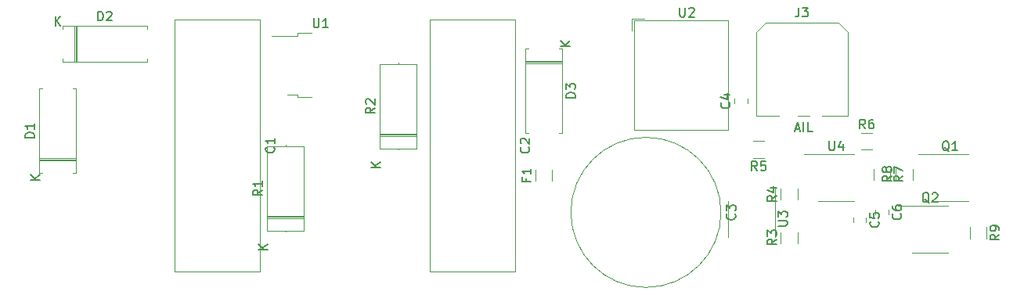
<source format=gbr>
G04 #@! TF.GenerationSoftware,KiCad,Pcbnew,(5.1.5)-3*
G04 #@! TF.CreationDate,2020-07-16T16:27:48-04:00*
G04 #@! TF.ProjectId,AIL_TSAL,41494c5f-5453-4414-9c2e-6b696361645f,rev?*
G04 #@! TF.SameCoordinates,Original*
G04 #@! TF.FileFunction,Legend,Top*
G04 #@! TF.FilePolarity,Positive*
%FSLAX46Y46*%
G04 Gerber Fmt 4.6, Leading zero omitted, Abs format (unit mm)*
G04 Created by KiCad (PCBNEW (5.1.5)-3) date 2020-07-16 16:27:48*
%MOMM*%
%LPD*%
G04 APERTURE LIST*
%ADD10C,0.150000*%
%ADD11C,0.120000*%
G04 APERTURE END LIST*
D10*
X164727047Y-99353666D02*
X165203238Y-99353666D01*
X164631809Y-99639380D02*
X164965142Y-98639380D01*
X165298476Y-99639380D01*
X165631809Y-99639380D02*
X165631809Y-98639380D01*
X166584190Y-99639380D02*
X166108000Y-99639380D01*
X166108000Y-98639380D01*
D11*
X164967000Y-97991000D02*
X166305233Y-97991000D01*
X170392000Y-97991000D02*
X167608767Y-97991000D01*
X160522000Y-97991000D02*
X162947000Y-97991000D01*
X170392000Y-88871000D02*
X170392000Y-97991000D01*
X169392000Y-87871000D02*
X170392000Y-88871000D01*
X161522000Y-87871000D02*
X169392000Y-87871000D01*
X160522000Y-88871000D02*
X161522000Y-87871000D01*
X160522000Y-97991000D02*
X160522000Y-88871000D01*
X106855000Y-114790000D02*
X97615000Y-114790000D01*
X106855000Y-87550000D02*
X97615000Y-87550000D01*
X97615000Y-87550000D02*
X97615000Y-114790000D01*
X106855000Y-87550000D02*
X106855000Y-114790000D01*
X134414000Y-87550000D02*
X134414000Y-114790000D01*
X125174000Y-87550000D02*
X125174000Y-114790000D01*
X134414000Y-87550000D02*
X125174000Y-87550000D01*
X134414000Y-114790000D02*
X125174000Y-114790000D01*
X156710000Y-108398000D02*
G75*
G03X156710000Y-108398000I-8120000J0D01*
G01*
X158167000Y-96603078D02*
X158167000Y-96085922D01*
X159587000Y-96603078D02*
X159587000Y-96085922D01*
X170994000Y-108961422D02*
X170994000Y-109478578D01*
X172414000Y-108961422D02*
X172414000Y-109478578D01*
X174827000Y-108120922D02*
X174827000Y-108638078D01*
X173407000Y-108120922D02*
X173407000Y-108638078D01*
X83323000Y-104138000D02*
X82993000Y-104138000D01*
X82993000Y-104138000D02*
X82993000Y-94998000D01*
X82993000Y-94998000D02*
X83323000Y-94998000D01*
X86603000Y-104138000D02*
X86933000Y-104138000D01*
X86933000Y-104138000D02*
X86933000Y-94998000D01*
X86933000Y-94998000D02*
X86603000Y-94998000D01*
X82993000Y-102683000D02*
X86933000Y-102683000D01*
X82993000Y-102563000D02*
X86933000Y-102563000D01*
X82993000Y-102803000D02*
X86933000Y-102803000D01*
X86808000Y-88200000D02*
X86808000Y-92140000D01*
X87048000Y-88200000D02*
X87048000Y-92140000D01*
X86928000Y-88200000D02*
X86928000Y-92140000D01*
X94613000Y-92140000D02*
X94613000Y-91810000D01*
X85473000Y-92140000D02*
X94613000Y-92140000D01*
X85473000Y-91810000D02*
X85473000Y-92140000D01*
X94613000Y-88200000D02*
X94613000Y-88530000D01*
X85473000Y-88200000D02*
X94613000Y-88200000D01*
X85473000Y-88530000D02*
X85473000Y-88200000D01*
X139181000Y-90680000D02*
X139511000Y-90680000D01*
X139511000Y-90680000D02*
X139511000Y-99820000D01*
X139511000Y-99820000D02*
X139181000Y-99820000D01*
X135901000Y-90680000D02*
X135571000Y-90680000D01*
X135571000Y-90680000D02*
X135571000Y-99820000D01*
X135571000Y-99820000D02*
X135901000Y-99820000D01*
X139511000Y-92135000D02*
X135571000Y-92135000D01*
X139511000Y-92255000D02*
X135571000Y-92255000D01*
X139511000Y-92015000D02*
X135571000Y-92015000D01*
X136631000Y-104993064D02*
X136631000Y-103788936D01*
X138451000Y-104993064D02*
X138451000Y-103788936D01*
X181483000Y-102088000D02*
X178033000Y-102088000D01*
X181483000Y-102088000D02*
X183433000Y-102088000D01*
X181483000Y-107208000D02*
X179533000Y-107208000D01*
X181483000Y-107208000D02*
X183433000Y-107208000D01*
X179324000Y-112796000D02*
X181274000Y-112796000D01*
X179324000Y-112796000D02*
X177374000Y-112796000D01*
X179324000Y-107676000D02*
X181274000Y-107676000D01*
X179324000Y-107676000D02*
X175874000Y-107676000D01*
X107631000Y-109026000D02*
X111571000Y-109026000D01*
X107631000Y-108786000D02*
X111571000Y-108786000D01*
X107631000Y-108906000D02*
X111571000Y-108906000D01*
X109601000Y-101081000D02*
X109601000Y-101221000D01*
X109601000Y-110501000D02*
X109601000Y-110361000D01*
X107631000Y-101221000D02*
X107631000Y-110361000D01*
X111571000Y-101221000D02*
X107631000Y-101221000D01*
X111571000Y-110361000D02*
X111571000Y-101221000D01*
X107631000Y-110361000D02*
X111571000Y-110361000D01*
X119823000Y-101471000D02*
X123763000Y-101471000D01*
X123763000Y-101471000D02*
X123763000Y-92331000D01*
X123763000Y-92331000D02*
X119823000Y-92331000D01*
X119823000Y-92331000D02*
X119823000Y-101471000D01*
X121793000Y-101611000D02*
X121793000Y-101471000D01*
X121793000Y-92191000D02*
X121793000Y-92331000D01*
X119823000Y-100016000D02*
X123763000Y-100016000D01*
X119823000Y-99896000D02*
X123763000Y-99896000D01*
X119823000Y-100136000D02*
X123763000Y-100136000D01*
X163174000Y-111730064D02*
X163174000Y-110525936D01*
X164994000Y-111730064D02*
X164994000Y-110525936D01*
X164994000Y-107025064D02*
X164994000Y-105820936D01*
X163174000Y-107025064D02*
X163174000Y-105820936D01*
X161387064Y-102510000D02*
X160182936Y-102510000D01*
X161387064Y-100690000D02*
X160182936Y-100690000D01*
X171860936Y-99801000D02*
X173065064Y-99801000D01*
X171860936Y-101621000D02*
X173065064Y-101621000D01*
X173207000Y-103667936D02*
X173207000Y-104872064D01*
X175027000Y-103667936D02*
X175027000Y-104872064D01*
X175620000Y-104872064D02*
X175620000Y-103667936D01*
X177440000Y-104872064D02*
X177440000Y-103667936D01*
X183621000Y-110014936D02*
X183621000Y-111219064D01*
X185441000Y-110014936D02*
X185441000Y-111219064D01*
X110941000Y-95636000D02*
X109841000Y-95636000D01*
X110941000Y-95906000D02*
X110941000Y-95636000D01*
X112441000Y-95906000D02*
X110941000Y-95906000D01*
X110941000Y-89276000D02*
X108111000Y-89276000D01*
X110941000Y-89006000D02*
X110941000Y-89276000D01*
X112441000Y-89006000D02*
X110941000Y-89006000D01*
X147290000Y-99438200D02*
X147290000Y-87638200D01*
X147090000Y-88738200D02*
X147090000Y-87438200D01*
X157490000Y-99438200D02*
X147290000Y-99438200D01*
X148390000Y-87438200D02*
X147090000Y-87438200D01*
X157490000Y-87638200D02*
X157490000Y-99438200D01*
X147290000Y-87638200D02*
X157490000Y-87638200D01*
X157460000Y-109093000D02*
X157460000Y-111043000D01*
X157460000Y-109093000D02*
X157460000Y-107143000D01*
X162580000Y-109093000D02*
X162580000Y-111043000D01*
X162580000Y-109093000D02*
X162580000Y-105643000D01*
X169164000Y-107208000D02*
X171114000Y-107208000D01*
X169164000Y-107208000D02*
X167214000Y-107208000D01*
X169164000Y-102088000D02*
X171114000Y-102088000D01*
X169164000Y-102088000D02*
X165714000Y-102088000D01*
D10*
X165123666Y-86233380D02*
X165123666Y-86947666D01*
X165076047Y-87090523D01*
X164980809Y-87185761D01*
X164837952Y-87233380D01*
X164742714Y-87233380D01*
X165504619Y-86233380D02*
X166123666Y-86233380D01*
X165790333Y-86614333D01*
X165933190Y-86614333D01*
X166028428Y-86661952D01*
X166076047Y-86709571D01*
X166123666Y-86804809D01*
X166123666Y-87042904D01*
X166076047Y-87138142D01*
X166028428Y-87185761D01*
X165933190Y-87233380D01*
X165647476Y-87233380D01*
X165552238Y-87185761D01*
X165504619Y-87138142D01*
X108342142Y-101336666D02*
X108389761Y-101384285D01*
X108437380Y-101527142D01*
X108437380Y-101622380D01*
X108389761Y-101765238D01*
X108294523Y-101860476D01*
X108199285Y-101908095D01*
X108008809Y-101955714D01*
X107865952Y-101955714D01*
X107675476Y-101908095D01*
X107580238Y-101860476D01*
X107485000Y-101765238D01*
X107437380Y-101622380D01*
X107437380Y-101527142D01*
X107485000Y-101384285D01*
X107532619Y-101336666D01*
X108437380Y-100384285D02*
X108437380Y-100955714D01*
X108437380Y-100670000D02*
X107437380Y-100670000D01*
X107580238Y-100765238D01*
X107675476Y-100860476D01*
X107723095Y-100955714D01*
X135901142Y-101336666D02*
X135948761Y-101384285D01*
X135996380Y-101527142D01*
X135996380Y-101622380D01*
X135948761Y-101765238D01*
X135853523Y-101860476D01*
X135758285Y-101908095D01*
X135567809Y-101955714D01*
X135424952Y-101955714D01*
X135234476Y-101908095D01*
X135139238Y-101860476D01*
X135044000Y-101765238D01*
X134996380Y-101622380D01*
X134996380Y-101527142D01*
X135044000Y-101384285D01*
X135091619Y-101336666D01*
X135091619Y-100955714D02*
X135044000Y-100908095D01*
X134996380Y-100812857D01*
X134996380Y-100574761D01*
X135044000Y-100479523D01*
X135091619Y-100431904D01*
X135186857Y-100384285D01*
X135282095Y-100384285D01*
X135424952Y-100431904D01*
X135996380Y-101003333D01*
X135996380Y-100384285D01*
X158197142Y-108564666D02*
X158244761Y-108612285D01*
X158292380Y-108755142D01*
X158292380Y-108850380D01*
X158244761Y-108993238D01*
X158149523Y-109088476D01*
X158054285Y-109136095D01*
X157863809Y-109183714D01*
X157720952Y-109183714D01*
X157530476Y-109136095D01*
X157435238Y-109088476D01*
X157340000Y-108993238D01*
X157292380Y-108850380D01*
X157292380Y-108755142D01*
X157340000Y-108612285D01*
X157387619Y-108564666D01*
X157292380Y-108231333D02*
X157292380Y-107612285D01*
X157673333Y-107945619D01*
X157673333Y-107802761D01*
X157720952Y-107707523D01*
X157768571Y-107659904D01*
X157863809Y-107612285D01*
X158101904Y-107612285D01*
X158197142Y-107659904D01*
X158244761Y-107707523D01*
X158292380Y-107802761D01*
X158292380Y-108088476D01*
X158244761Y-108183714D01*
X158197142Y-108231333D01*
X157584142Y-96511166D02*
X157631761Y-96558785D01*
X157679380Y-96701642D01*
X157679380Y-96796880D01*
X157631761Y-96939738D01*
X157536523Y-97034976D01*
X157441285Y-97082595D01*
X157250809Y-97130214D01*
X157107952Y-97130214D01*
X156917476Y-97082595D01*
X156822238Y-97034976D01*
X156727000Y-96939738D01*
X156679380Y-96796880D01*
X156679380Y-96701642D01*
X156727000Y-96558785D01*
X156774619Y-96511166D01*
X157012714Y-95654023D02*
X157679380Y-95654023D01*
X156631761Y-95892119D02*
X157346047Y-96130214D01*
X157346047Y-95511166D01*
X173711142Y-109386666D02*
X173758761Y-109434285D01*
X173806380Y-109577142D01*
X173806380Y-109672380D01*
X173758761Y-109815238D01*
X173663523Y-109910476D01*
X173568285Y-109958095D01*
X173377809Y-110005714D01*
X173234952Y-110005714D01*
X173044476Y-109958095D01*
X172949238Y-109910476D01*
X172854000Y-109815238D01*
X172806380Y-109672380D01*
X172806380Y-109577142D01*
X172854000Y-109434285D01*
X172901619Y-109386666D01*
X172806380Y-108481904D02*
X172806380Y-108958095D01*
X173282571Y-109005714D01*
X173234952Y-108958095D01*
X173187333Y-108862857D01*
X173187333Y-108624761D01*
X173234952Y-108529523D01*
X173282571Y-108481904D01*
X173377809Y-108434285D01*
X173615904Y-108434285D01*
X173711142Y-108481904D01*
X173758761Y-108529523D01*
X173806380Y-108624761D01*
X173806380Y-108862857D01*
X173758761Y-108958095D01*
X173711142Y-109005714D01*
X176124142Y-108546166D02*
X176171761Y-108593785D01*
X176219380Y-108736642D01*
X176219380Y-108831880D01*
X176171761Y-108974738D01*
X176076523Y-109069976D01*
X175981285Y-109117595D01*
X175790809Y-109165214D01*
X175647952Y-109165214D01*
X175457476Y-109117595D01*
X175362238Y-109069976D01*
X175267000Y-108974738D01*
X175219380Y-108831880D01*
X175219380Y-108736642D01*
X175267000Y-108593785D01*
X175314619Y-108546166D01*
X175219380Y-107689023D02*
X175219380Y-107879500D01*
X175267000Y-107974738D01*
X175314619Y-108022357D01*
X175457476Y-108117595D01*
X175647952Y-108165214D01*
X176028904Y-108165214D01*
X176124142Y-108117595D01*
X176171761Y-108069976D01*
X176219380Y-107974738D01*
X176219380Y-107784261D01*
X176171761Y-107689023D01*
X176124142Y-107641404D01*
X176028904Y-107593785D01*
X175790809Y-107593785D01*
X175695571Y-107641404D01*
X175647952Y-107689023D01*
X175600333Y-107784261D01*
X175600333Y-107974738D01*
X175647952Y-108069976D01*
X175695571Y-108117595D01*
X175790809Y-108165214D01*
X82445380Y-100306095D02*
X81445380Y-100306095D01*
X81445380Y-100068000D01*
X81493000Y-99925142D01*
X81588238Y-99829904D01*
X81683476Y-99782285D01*
X81873952Y-99734666D01*
X82016809Y-99734666D01*
X82207285Y-99782285D01*
X82302523Y-99829904D01*
X82397761Y-99925142D01*
X82445380Y-100068000D01*
X82445380Y-100306095D01*
X82445380Y-98782285D02*
X82445380Y-99353714D01*
X82445380Y-99068000D02*
X81445380Y-99068000D01*
X81588238Y-99163238D01*
X81683476Y-99258476D01*
X81731095Y-99353714D01*
X83015380Y-104909904D02*
X82015380Y-104909904D01*
X83015380Y-104338476D02*
X82443952Y-104767047D01*
X82015380Y-104338476D02*
X82586809Y-104909904D01*
X89304904Y-87652380D02*
X89304904Y-86652380D01*
X89543000Y-86652380D01*
X89685857Y-86700000D01*
X89781095Y-86795238D01*
X89828714Y-86890476D01*
X89876333Y-87080952D01*
X89876333Y-87223809D01*
X89828714Y-87414285D01*
X89781095Y-87509523D01*
X89685857Y-87604761D01*
X89543000Y-87652380D01*
X89304904Y-87652380D01*
X90257285Y-86747619D02*
X90304904Y-86700000D01*
X90400142Y-86652380D01*
X90638238Y-86652380D01*
X90733476Y-86700000D01*
X90781095Y-86747619D01*
X90828714Y-86842857D01*
X90828714Y-86938095D01*
X90781095Y-87080952D01*
X90209666Y-87652380D01*
X90828714Y-87652380D01*
X84701095Y-88222380D02*
X84701095Y-87222380D01*
X85272523Y-88222380D02*
X84843952Y-87650952D01*
X85272523Y-87222380D02*
X84701095Y-87793809D01*
X140963380Y-95988095D02*
X139963380Y-95988095D01*
X139963380Y-95750000D01*
X140011000Y-95607142D01*
X140106238Y-95511904D01*
X140201476Y-95464285D01*
X140391952Y-95416666D01*
X140534809Y-95416666D01*
X140725285Y-95464285D01*
X140820523Y-95511904D01*
X140915761Y-95607142D01*
X140963380Y-95750000D01*
X140963380Y-95988095D01*
X139963380Y-95083333D02*
X139963380Y-94464285D01*
X140344333Y-94797619D01*
X140344333Y-94654761D01*
X140391952Y-94559523D01*
X140439571Y-94511904D01*
X140534809Y-94464285D01*
X140772904Y-94464285D01*
X140868142Y-94511904D01*
X140915761Y-94559523D01*
X140963380Y-94654761D01*
X140963380Y-94940476D01*
X140915761Y-95035714D01*
X140868142Y-95083333D01*
X140393380Y-90431904D02*
X139393380Y-90431904D01*
X140393380Y-89860476D02*
X139821952Y-90289047D01*
X139393380Y-89860476D02*
X139964809Y-90431904D01*
X135649571Y-104724333D02*
X135649571Y-105057666D01*
X136173380Y-105057666D02*
X135173380Y-105057666D01*
X135173380Y-104581476D01*
X136173380Y-103676714D02*
X136173380Y-104248142D01*
X136173380Y-103962428D02*
X135173380Y-103962428D01*
X135316238Y-104057666D01*
X135411476Y-104152904D01*
X135459095Y-104248142D01*
X181387761Y-101795619D02*
X181292523Y-101748000D01*
X181197285Y-101652761D01*
X181054428Y-101509904D01*
X180959190Y-101462285D01*
X180863952Y-101462285D01*
X180911571Y-101700380D02*
X180816333Y-101652761D01*
X180721095Y-101557523D01*
X180673476Y-101367047D01*
X180673476Y-101033714D01*
X180721095Y-100843238D01*
X180816333Y-100748000D01*
X180911571Y-100700380D01*
X181102047Y-100700380D01*
X181197285Y-100748000D01*
X181292523Y-100843238D01*
X181340142Y-101033714D01*
X181340142Y-101367047D01*
X181292523Y-101557523D01*
X181197285Y-101652761D01*
X181102047Y-101700380D01*
X180911571Y-101700380D01*
X182292523Y-101700380D02*
X181721095Y-101700380D01*
X182006809Y-101700380D02*
X182006809Y-100700380D01*
X181911571Y-100843238D01*
X181816333Y-100938476D01*
X181721095Y-100986095D01*
X179228761Y-107383619D02*
X179133523Y-107336000D01*
X179038285Y-107240761D01*
X178895428Y-107097904D01*
X178800190Y-107050285D01*
X178704952Y-107050285D01*
X178752571Y-107288380D02*
X178657333Y-107240761D01*
X178562095Y-107145523D01*
X178514476Y-106955047D01*
X178514476Y-106621714D01*
X178562095Y-106431238D01*
X178657333Y-106336000D01*
X178752571Y-106288380D01*
X178943047Y-106288380D01*
X179038285Y-106336000D01*
X179133523Y-106431238D01*
X179181142Y-106621714D01*
X179181142Y-106955047D01*
X179133523Y-107145523D01*
X179038285Y-107240761D01*
X178943047Y-107288380D01*
X178752571Y-107288380D01*
X179562095Y-106383619D02*
X179609714Y-106336000D01*
X179704952Y-106288380D01*
X179943047Y-106288380D01*
X180038285Y-106336000D01*
X180085904Y-106383619D01*
X180133523Y-106478857D01*
X180133523Y-106574095D01*
X180085904Y-106716952D01*
X179514476Y-107288380D01*
X180133523Y-107288380D01*
X107083380Y-105957666D02*
X106607190Y-106291000D01*
X107083380Y-106529095D02*
X106083380Y-106529095D01*
X106083380Y-106148142D01*
X106131000Y-106052904D01*
X106178619Y-106005285D01*
X106273857Y-105957666D01*
X106416714Y-105957666D01*
X106511952Y-106005285D01*
X106559571Y-106052904D01*
X106607190Y-106148142D01*
X106607190Y-106529095D01*
X107083380Y-105005285D02*
X107083380Y-105576714D01*
X107083380Y-105291000D02*
X106083380Y-105291000D01*
X106226238Y-105386238D01*
X106321476Y-105481476D01*
X106369095Y-105576714D01*
X107653380Y-112402904D02*
X106653380Y-112402904D01*
X107653380Y-111831476D02*
X107081952Y-112260047D01*
X106653380Y-111831476D02*
X107224809Y-112402904D01*
X119275380Y-97067666D02*
X118799190Y-97401000D01*
X119275380Y-97639095D02*
X118275380Y-97639095D01*
X118275380Y-97258142D01*
X118323000Y-97162904D01*
X118370619Y-97115285D01*
X118465857Y-97067666D01*
X118608714Y-97067666D01*
X118703952Y-97115285D01*
X118751571Y-97162904D01*
X118799190Y-97258142D01*
X118799190Y-97639095D01*
X118370619Y-96686714D02*
X118323000Y-96639095D01*
X118275380Y-96543857D01*
X118275380Y-96305761D01*
X118323000Y-96210523D01*
X118370619Y-96162904D01*
X118465857Y-96115285D01*
X118561095Y-96115285D01*
X118703952Y-96162904D01*
X119275380Y-96734333D01*
X119275380Y-96115285D01*
X119845380Y-103512904D02*
X118845380Y-103512904D01*
X119845380Y-102941476D02*
X119273952Y-103370047D01*
X118845380Y-102941476D02*
X119416809Y-103512904D01*
X162716380Y-111294666D02*
X162240190Y-111628000D01*
X162716380Y-111866095D02*
X161716380Y-111866095D01*
X161716380Y-111485142D01*
X161764000Y-111389904D01*
X161811619Y-111342285D01*
X161906857Y-111294666D01*
X162049714Y-111294666D01*
X162144952Y-111342285D01*
X162192571Y-111389904D01*
X162240190Y-111485142D01*
X162240190Y-111866095D01*
X161716380Y-110961333D02*
X161716380Y-110342285D01*
X162097333Y-110675619D01*
X162097333Y-110532761D01*
X162144952Y-110437523D01*
X162192571Y-110389904D01*
X162287809Y-110342285D01*
X162525904Y-110342285D01*
X162621142Y-110389904D01*
X162668761Y-110437523D01*
X162716380Y-110532761D01*
X162716380Y-110818476D01*
X162668761Y-110913714D01*
X162621142Y-110961333D01*
X162716380Y-106589666D02*
X162240190Y-106923000D01*
X162716380Y-107161095D02*
X161716380Y-107161095D01*
X161716380Y-106780142D01*
X161764000Y-106684904D01*
X161811619Y-106637285D01*
X161906857Y-106589666D01*
X162049714Y-106589666D01*
X162144952Y-106637285D01*
X162192571Y-106684904D01*
X162240190Y-106780142D01*
X162240190Y-107161095D01*
X162049714Y-105732523D02*
X162716380Y-105732523D01*
X161668761Y-105970619D02*
X162383047Y-106208714D01*
X162383047Y-105589666D01*
X160618333Y-103872380D02*
X160285000Y-103396190D01*
X160046904Y-103872380D02*
X160046904Y-102872380D01*
X160427857Y-102872380D01*
X160523095Y-102920000D01*
X160570714Y-102967619D01*
X160618333Y-103062857D01*
X160618333Y-103205714D01*
X160570714Y-103300952D01*
X160523095Y-103348571D01*
X160427857Y-103396190D01*
X160046904Y-103396190D01*
X161523095Y-102872380D02*
X161046904Y-102872380D01*
X160999285Y-103348571D01*
X161046904Y-103300952D01*
X161142142Y-103253333D01*
X161380238Y-103253333D01*
X161475476Y-103300952D01*
X161523095Y-103348571D01*
X161570714Y-103443809D01*
X161570714Y-103681904D01*
X161523095Y-103777142D01*
X161475476Y-103824761D01*
X161380238Y-103872380D01*
X161142142Y-103872380D01*
X161046904Y-103824761D01*
X160999285Y-103777142D01*
X172296333Y-99343380D02*
X171963000Y-98867190D01*
X171724904Y-99343380D02*
X171724904Y-98343380D01*
X172105857Y-98343380D01*
X172201095Y-98391000D01*
X172248714Y-98438619D01*
X172296333Y-98533857D01*
X172296333Y-98676714D01*
X172248714Y-98771952D01*
X172201095Y-98819571D01*
X172105857Y-98867190D01*
X171724904Y-98867190D01*
X173153476Y-98343380D02*
X172963000Y-98343380D01*
X172867761Y-98391000D01*
X172820142Y-98438619D01*
X172724904Y-98581476D01*
X172677285Y-98771952D01*
X172677285Y-99152904D01*
X172724904Y-99248142D01*
X172772523Y-99295761D01*
X172867761Y-99343380D01*
X173058238Y-99343380D01*
X173153476Y-99295761D01*
X173201095Y-99248142D01*
X173248714Y-99152904D01*
X173248714Y-98914809D01*
X173201095Y-98819571D01*
X173153476Y-98771952D01*
X173058238Y-98724333D01*
X172867761Y-98724333D01*
X172772523Y-98771952D01*
X172724904Y-98819571D01*
X172677285Y-98914809D01*
X176389380Y-104436666D02*
X175913190Y-104770000D01*
X176389380Y-105008095D02*
X175389380Y-105008095D01*
X175389380Y-104627142D01*
X175437000Y-104531904D01*
X175484619Y-104484285D01*
X175579857Y-104436666D01*
X175722714Y-104436666D01*
X175817952Y-104484285D01*
X175865571Y-104531904D01*
X175913190Y-104627142D01*
X175913190Y-105008095D01*
X175389380Y-104103333D02*
X175389380Y-103436666D01*
X176389380Y-103865238D01*
X175162380Y-104436666D02*
X174686190Y-104770000D01*
X175162380Y-105008095D02*
X174162380Y-105008095D01*
X174162380Y-104627142D01*
X174210000Y-104531904D01*
X174257619Y-104484285D01*
X174352857Y-104436666D01*
X174495714Y-104436666D01*
X174590952Y-104484285D01*
X174638571Y-104531904D01*
X174686190Y-104627142D01*
X174686190Y-105008095D01*
X174590952Y-103865238D02*
X174543333Y-103960476D01*
X174495714Y-104008095D01*
X174400476Y-104055714D01*
X174352857Y-104055714D01*
X174257619Y-104008095D01*
X174210000Y-103960476D01*
X174162380Y-103865238D01*
X174162380Y-103674761D01*
X174210000Y-103579523D01*
X174257619Y-103531904D01*
X174352857Y-103484285D01*
X174400476Y-103484285D01*
X174495714Y-103531904D01*
X174543333Y-103579523D01*
X174590952Y-103674761D01*
X174590952Y-103865238D01*
X174638571Y-103960476D01*
X174686190Y-104008095D01*
X174781428Y-104055714D01*
X174971904Y-104055714D01*
X175067142Y-104008095D01*
X175114761Y-103960476D01*
X175162380Y-103865238D01*
X175162380Y-103674761D01*
X175114761Y-103579523D01*
X175067142Y-103531904D01*
X174971904Y-103484285D01*
X174781428Y-103484285D01*
X174686190Y-103531904D01*
X174638571Y-103579523D01*
X174590952Y-103674761D01*
X186803380Y-110783666D02*
X186327190Y-111117000D01*
X186803380Y-111355095D02*
X185803380Y-111355095D01*
X185803380Y-110974142D01*
X185851000Y-110878904D01*
X185898619Y-110831285D01*
X185993857Y-110783666D01*
X186136714Y-110783666D01*
X186231952Y-110831285D01*
X186279571Y-110878904D01*
X186327190Y-110974142D01*
X186327190Y-111355095D01*
X186803380Y-110307476D02*
X186803380Y-110117000D01*
X186755761Y-110021761D01*
X186708142Y-109974142D01*
X186565285Y-109878904D01*
X186374809Y-109831285D01*
X185993857Y-109831285D01*
X185898619Y-109878904D01*
X185851000Y-109926523D01*
X185803380Y-110021761D01*
X185803380Y-110212238D01*
X185851000Y-110307476D01*
X185898619Y-110355095D01*
X185993857Y-110402714D01*
X186231952Y-110402714D01*
X186327190Y-110355095D01*
X186374809Y-110307476D01*
X186422428Y-110212238D01*
X186422428Y-110021761D01*
X186374809Y-109926523D01*
X186327190Y-109878904D01*
X186231952Y-109831285D01*
X112649095Y-87408380D02*
X112649095Y-88217904D01*
X112696714Y-88313142D01*
X112744333Y-88360761D01*
X112839571Y-88408380D01*
X113030047Y-88408380D01*
X113125285Y-88360761D01*
X113172904Y-88313142D01*
X113220523Y-88217904D01*
X113220523Y-87408380D01*
X114220523Y-88408380D02*
X113649095Y-88408380D01*
X113934809Y-88408380D02*
X113934809Y-87408380D01*
X113839571Y-87551238D01*
X113744333Y-87646476D01*
X113649095Y-87694095D01*
X152247695Y-86244180D02*
X152247695Y-87053704D01*
X152295314Y-87148942D01*
X152342933Y-87196561D01*
X152438171Y-87244180D01*
X152628647Y-87244180D01*
X152723885Y-87196561D01*
X152771504Y-87148942D01*
X152819123Y-87053704D01*
X152819123Y-86244180D01*
X153247695Y-86339419D02*
X153295314Y-86291800D01*
X153390552Y-86244180D01*
X153628647Y-86244180D01*
X153723885Y-86291800D01*
X153771504Y-86339419D01*
X153819123Y-86434657D01*
X153819123Y-86529895D01*
X153771504Y-86672752D01*
X153200076Y-87244180D01*
X153819123Y-87244180D01*
X162872380Y-109854904D02*
X163681904Y-109854904D01*
X163777142Y-109807285D01*
X163824761Y-109759666D01*
X163872380Y-109664428D01*
X163872380Y-109473952D01*
X163824761Y-109378714D01*
X163777142Y-109331095D01*
X163681904Y-109283476D01*
X162872380Y-109283476D01*
X162872380Y-108902523D02*
X162872380Y-108283476D01*
X163253333Y-108616809D01*
X163253333Y-108473952D01*
X163300952Y-108378714D01*
X163348571Y-108331095D01*
X163443809Y-108283476D01*
X163681904Y-108283476D01*
X163777142Y-108331095D01*
X163824761Y-108378714D01*
X163872380Y-108473952D01*
X163872380Y-108759666D01*
X163824761Y-108854904D01*
X163777142Y-108902523D01*
X168402095Y-100700380D02*
X168402095Y-101509904D01*
X168449714Y-101605142D01*
X168497333Y-101652761D01*
X168592571Y-101700380D01*
X168783047Y-101700380D01*
X168878285Y-101652761D01*
X168925904Y-101605142D01*
X168973523Y-101509904D01*
X168973523Y-100700380D01*
X169878285Y-101033714D02*
X169878285Y-101700380D01*
X169640190Y-100652761D02*
X169402095Y-101367047D01*
X170021142Y-101367047D01*
M02*

</source>
